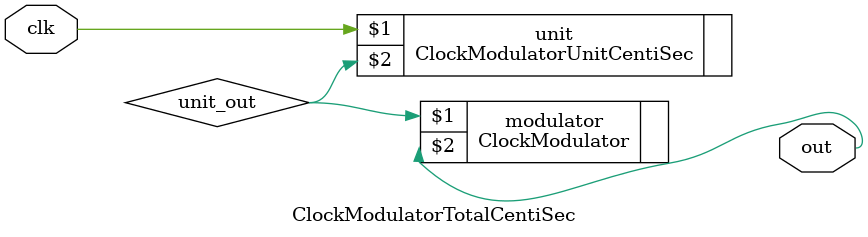
<source format=v>
`timescale 1ns / 1ps
module ClockModulatorTotalCentiSec(
	 input clk,
	 output out
    );
	 wire unit_out;
	 ClockModulatorUnitCentiSec unit(clk, unit_out);
	 ClockModulator modulator(unit_out, out);
endmodule
</source>
